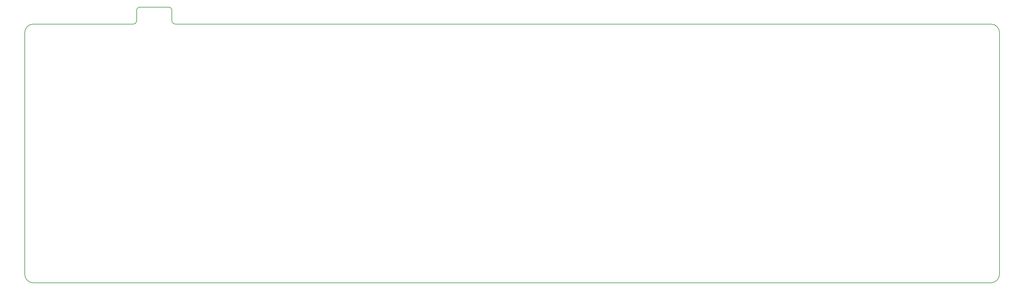
<source format=gbr>
%TF.GenerationSoftware,KiCad,Pcbnew,(6.0.4)*%
%TF.CreationDate,2022-03-30T13:59:28+02:00*%
%TF.ProjectId,32u2,33327532-2e6b-4696-9361-645f70636258,rev?*%
%TF.SameCoordinates,Original*%
%TF.FileFunction,Profile,NP*%
%FSLAX46Y46*%
G04 Gerber Fmt 4.6, Leading zero omitted, Abs format (unit mm)*
G04 Created by KiCad (PCBNEW (6.0.4)) date 2022-03-30 13:59:28*
%MOMM*%
%LPD*%
G01*
G04 APERTURE LIST*
%TA.AperFunction,Profile*%
%ADD10C,0.200000*%
%TD*%
G04 APERTURE END LIST*
D10*
X42687501Y-45593249D02*
X51087501Y-45593249D01*
X8787501Y-124293249D02*
X8787501Y-53093249D01*
X52087451Y-49593249D02*
G75*
G03*
X53087501Y-50593249I1000049J49D01*
G01*
X146462501Y-50593249D02*
X156862501Y-50593249D01*
X295540000Y-124300000D02*
X295540000Y-53090000D01*
X52087451Y-46593249D02*
G75*
G03*
X51087501Y-45593249I-999951J49D01*
G01*
X42687501Y-45593201D02*
G75*
G03*
X41687501Y-46593249I-1J-999999D01*
G01*
X293049920Y-126790100D02*
G75*
G03*
X295540000Y-124300000I-20J2490100D01*
G01*
X292037501Y-126793249D02*
X11287501Y-126793249D01*
X41687501Y-49593249D02*
X41687501Y-46593249D01*
X40687501Y-50593201D02*
G75*
G03*
X41687501Y-49593249I-1J1000001D01*
G01*
X53087501Y-50593249D02*
X146462501Y-50593249D01*
X156862501Y-50593249D02*
X292037501Y-50593249D01*
X11287501Y-50593249D02*
X40687501Y-50593249D01*
X11287501Y-50593251D02*
G75*
G03*
X8787501Y-53093249I-1J-2499999D01*
G01*
X8787501Y-124293249D02*
G75*
G03*
X11287501Y-126793249I2499999J-1D01*
G01*
X52087501Y-46593249D02*
X52087501Y-49593249D01*
X293049920Y-126790080D02*
X292037501Y-126790080D01*
X295536751Y-53090000D02*
G75*
G03*
X293040000Y-50593249I-2496751J0D01*
G01*
X293030000Y-50593249D02*
X292037501Y-50593249D01*
M02*

</source>
